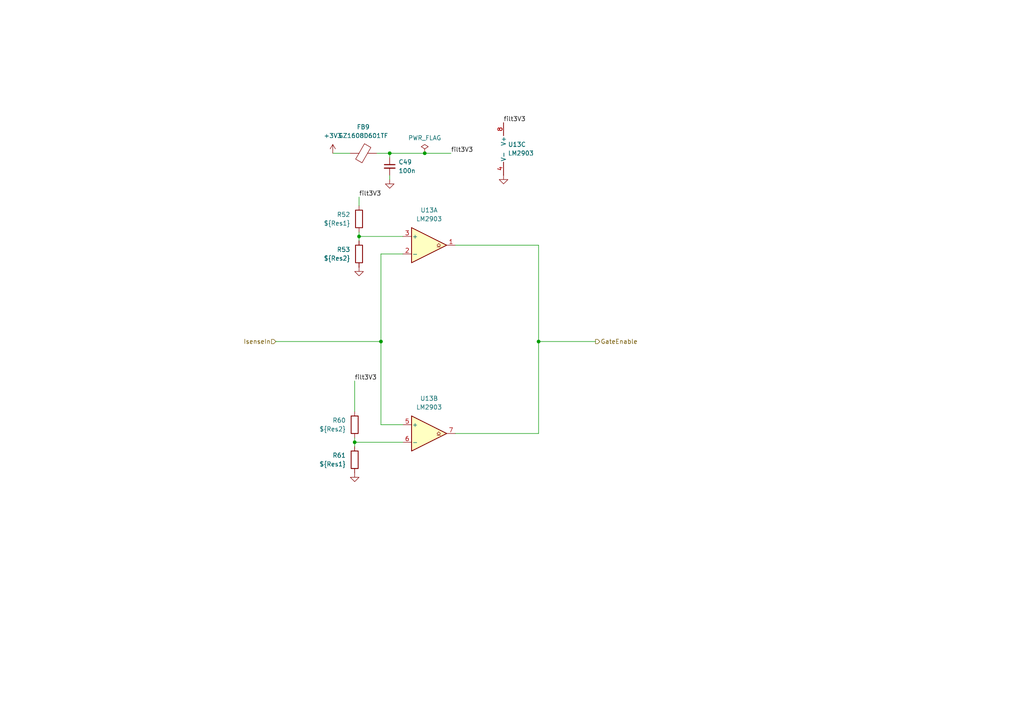
<source format=kicad_sch>
(kicad_sch (version 20231120) (generator "eeschema") (generator_version "8.0")
  (paper "A4")
  (title_block (title "INV_MainBoard_STM32") (rev "2.0") (company "NTURacing Team") (comment 1 "郭哲明 Jack Kuo") (comment 2 "Powertrain Group"))
  (lib_symbols
    (symbol "Comparator:LM2903" (pin_names (offset 0.127))
      (property "Reference" "U" (at 3.81 3.81 0))
      (property "Value" "LM2903" (at 6.35 -3.81 0))
      (symbol "LM2903_1_1"
        (polyline (pts (xy -5.08 5.08) (xy 5.08 0) (xy -5.08 -5.08) (xy -5.08 5.08)) (stroke (width 0.254)) (fill (type background)))
        (polyline (pts (xy 3.302 -0.508) (xy 2.794 -0.508) (xy 3.302 0) (xy 2.794 0.508) (xy 2.286 0) (xy 2.794 -0.508) (xy 2.286 -0.508)) (stroke (width 0.127)))
        (pin open_collector line (at 7.62 0 180) (length 2.54) (name "~") (number "1"))
        (pin input line (at -7.62 -2.54 0) (length 2.54) (name "-") (number "2"))
        (pin input line (at -7.62 2.54 0) (length 2.54) (name "+") (number "3"))
      )
      (symbol "LM2903_2_1"
        (polyline (pts (xy -5.08 5.08) (xy 5.08 0) (xy -5.08 -5.08) (xy -5.08 5.08)) (stroke (width 0.254)) (fill (type background)))
        (polyline (pts (xy 3.302 -0.508) (xy 2.794 -0.508) (xy 3.302 0) (xy 2.794 0.508) (xy 2.286 0) (xy 2.794 -0.508) (xy 2.286 -0.508)) (stroke (width 0.127)))
        (pin input line (at -7.62 2.54 0) (length 2.54) (name "+") (number "5"))
        (pin input line (at -7.62 -2.54 0) (length 2.54) (name "-") (number "6"))
        (pin open_collector line (at 7.62 0 180) (length 2.54) (name "~") (number "7"))
      )
      (symbol "LM2903_3_1"
        (pin power_in line (at -2.54 -7.62 90) (length 3.81) (name "V-") (number "4"))
        (pin power_in line (at -2.54 7.62 270) (length 3.81) (name "V+") (number "8"))
      )
    )
    (symbol "Device:C_Small" (pin_numbers hide) (pin_names (offset 0.254) hide)
      (property "Reference" "C" (at 0.254 1.778 0))
      (property "Value" "C_Small" (at 0.254 -2.032 0))
      (symbol "C_Small_0_1"
        (polyline (pts (xy -1.524 -0.508) (xy 1.524 -0.508)) (stroke (width 0.3302)))
        (polyline (pts (xy -1.524 0.508) (xy 1.524 0.508)) (stroke (width 0.3048)))
      )
      (symbol "C_Small_1_1"
        (pin passive line (at 0 2.54 270) (length 2.032) (name "~") (number "1"))
        (pin passive line (at 0 -2.54 90) (length 2.032) (name "~") (number "2"))
      )
    )
    (symbol "Device:FerriteBead" (pin_numbers hide) (pin_names (offset 0))
      (property "Reference" "FB" (at -3.81 0.635 90))
      (property "Value" "FerriteBead" (at 3.81 0 90))
      (symbol "FerriteBead_0_1"
        (polyline (pts (xy 0 -1.27) (xy 0 -1.2192)))
        (polyline (pts (xy 0 1.27) (xy 0 1.2954)))
        (polyline (pts (xy -2.7686 0.4064) (xy -1.7018 2.2606) (xy 2.7686 -0.3048) (xy 1.6764 -2.159) (xy -2.7686 0.4064)))
      )
      (symbol "FerriteBead_1_1"
        (pin passive line (at 0 3.81 270) (length 2.54) (name "~") (number "1"))
        (pin passive line (at 0 -3.81 90) (length 2.54) (name "~") (number "2"))
      )
    )
    (symbol "Device:R" (pin_numbers hide) (pin_names (offset 0))
      (property "Reference" "R" (at 2.032 0 90))
      (property "Value" "R" (at 0 0 90))
      (symbol "R_0_1"
        (rectangle (start -1.016 -2.54) (end 1.016 2.54) (stroke (width 0.254)))
      )
      (symbol "R_1_1"
        (pin passive line (at 0 3.81 270) (length 1.27) (name "~") (number "1"))
        (pin passive line (at 0 -3.81 90) (length 1.27) (name "~") (number "2"))
      )
    )
    (symbol "power:+3V3" (power) (pin_numbers hide) (pin_names (offset 0) hide)
      (property "Value" "+3V3" (at 0 3.556 0))
      (symbol "+3V3_0_1"
        (polyline (pts (xy -0.762 1.27) (xy 0 2.54)))
        (polyline (pts (xy 0 0) (xy 0 2.54)))
        (polyline (pts (xy 0 2.54) (xy 0.762 1.27)))
      )
      (symbol "+3V3_1_1"
        (pin power_in line (at 0 0 90) (length 0) (name "~") (number "1"))
      )
    )
    (symbol "power:GND" (power) (pin_numbers hide) (pin_names (offset 0) hide)
      (property "Value" "GND" (at 0 -3.81 0))
      (symbol "GND_0_1"
        (polyline (pts (xy 0 0) (xy 0 -1.27) (xy 1.27 -1.27) (xy 0 -2.54) (xy -1.27 -1.27) (xy 0 -1.27)))
      )
      (symbol "GND_1_1"
        (pin power_in line (at 0 0 270) (length 0) (name "~") (number "1"))
      )
    )
    (symbol "power:PWR_FLAG" (power) (pin_numbers hide) (pin_names (offset 0) hide)
      (property "Value" "PWR_FLAG" (at 0 3.81 0))
      (symbol "PWR_FLAG_0_0"
        (pin power_out line (at 0 0 90) (length 0) (name "~") (number "1"))
      )
      (symbol "PWR_FLAG_0_1"
        (polyline (pts (xy 0 0) (xy 0 1.27) (xy -1.016 1.905) (xy 0 2.54) (xy 1.016 1.905) (xy 0 1.27)))
      )
    )
  )
  (junction (at 123.19 44.45))
  (junction (at 102.87 128.27))
  (junction (at 110.49 99.06))
  (junction (at 104.14 68.58))
  (junction (at 113.03 44.45))
  (junction (at 156.21 99.06))
  (wire (pts (xy 156.21 125.73) (xy 156.21 99.06)))
  (wire (pts (xy 113.03 44.45) (xy 123.19 44.45)))
  (wire (pts (xy 172.72 99.06) (xy 156.21 99.06)))
  (wire (pts (xy 116.84 73.66) (xy 110.49 73.66)))
  (wire (pts (xy 113.03 45.72) (xy 113.03 44.45)))
  (wire (pts (xy 113.03 52.07) (xy 113.03 50.8)))
  (wire (pts (xy 156.21 99.06) (xy 156.21 71.12)))
  (wire (pts (xy 102.87 128.27) (xy 116.84 128.27)))
  (wire (pts (xy 110.49 73.66) (xy 110.49 99.06)))
  (wire (pts (xy 104.14 68.58) (xy 104.14 69.85)))
  (wire (pts (xy 104.14 67.31) (xy 104.14 68.58)))
  (wire (pts (xy 80.01 99.06) (xy 110.49 99.06)))
  (wire (pts (xy 104.14 57.15) (xy 104.14 59.69)))
  (wire (pts (xy 102.87 119.38) (xy 102.87 110.49)))
  (wire (pts (xy 130.81 44.45) (xy 123.19 44.45)))
  (wire (pts (xy 104.14 68.58) (xy 116.84 68.58)))
  (wire (pts (xy 110.49 123.19) (xy 116.84 123.19)))
  (wire (pts (xy 102.87 127) (xy 102.87 128.27)))
  (wire (pts (xy 132.08 71.12) (xy 156.21 71.12)))
  (wire (pts (xy 102.87 128.27) (xy 102.87 129.54)))
  (wire (pts (xy 110.49 99.06) (xy 110.49 123.19)))
  (wire (pts (xy 96.52 44.45) (xy 101.6 44.45)))
  (wire (pts (xy 132.08 125.73) (xy 156.21 125.73)))
  (wire (pts (xy 109.22 44.45) (xy 113.03 44.45)))
  (label "filt3V3" (at 130.81 44.45 0))
  (label "filt3V3" (at 104.14 57.15 0))
  (label "filt3V3" (at 146.05 35.56 0))
  (label "filt3V3" (at 102.87 110.49 0))
  (hierarchical_label "IsenseIn" (shape input) (at 80.01 99.06 180))
  (hierarchical_label "GateEnable" (shape output) (at 172.72 99.06 0))
  (symbol (lib_id "power:GND") (at 113.03 52.07 0) (unit 1)
    (property "Reference" "#PWR0130" (effects (hide yes)))
    (property "Value" "GND" (effects (hide yes)))
    (property "Description" "Power symbol creates a global label with name \"GND\" , ground" (effects (hide yes)))
    (instances (project "" (path "" (reference "#PWR0130") (unit 1)) (path "" (reference "#PWR0119") (unit 1)) (path "" (reference "#PWR0128") (unit 1)) (path "" (reference "#PWR0124") (unit 1))))
  )
  (symbol (lib_id "power:GND") (at 104.14 77.47 0) (unit 1)
    (property "Reference" "#PWR0132" (effects (hide yes)))
    (property "Value" "GND" (effects (hide yes)))
    (property "Description" "Power symbol creates a global label with name \"GND\" , ground" (effects (hide yes)))
    (instances (project "" (path "" (reference "#PWR0132") (unit 1)) (path "" (reference "#PWR0120") (unit 1)) (path "" (reference "#PWR0129") (unit 1)) (path "" (reference "#PWR0125") (unit 1))))
  )
  (symbol (lib_id "Device:R") (at 102.87 123.19 0) (mirror y) (unit 1)
    (property "Reference" "R60" (at 100.33 121.92 0) (effects (justify left)))
    (property "Value" "${Res2}" (at 100.33 124.46 0) (effects (justify left)))
    (property "Footprint" "Resistor_SMD:R_0402_1005Metric" (effects (hide yes)))
    (property "Description" "Resistor" (effects (hide yes)))
    (instances (project "INV_MainBoard_TI" (path "" (reference "R60") (unit 1)) (path "" (reference "R56") (unit 1)) (path "" (reference "R54") (unit 1)) (path "" (reference "R58") (unit 1))))
  )
  (symbol (lib_id "Device:FerriteBead") (at 105.41 44.45 90) (unit 1)
    (property "Reference" "FB9" (at 105.3592 36.83 90))
    (property "Value" "GZ1608D601TF" (at 105.3592 39.37 90))
    (property "Footprint" "Capacitor_SMD:C_0603_1608Metric" (effects (hide yes)))
    (property "Description" "Ferrite bead" (effects (hide yes)))
    (instances (project "INV_MainBoard_TI" (path "" (reference "FB9") (unit 1)) (path "" (reference "FB7") (unit 1)) (path "" (reference "FB1") (unit 1)) (path "" (reference "FB8") (unit 1))))
  )
  (symbol (lib_id "Device:R") (at 104.14 73.66 0) (mirror y) (unit 1)
    (property "Reference" "R53" (at 101.6 72.39 0) (effects (justify left)))
    (property "Value" "${Res2}" (at 101.6 74.93 0) (effects (justify left)))
    (property "Footprint" "Resistor_SMD:R_0402_1005Metric" (effects (hide yes)))
    (property "Description" "Resistor" (effects (hide yes)))
    (instances (project "INV_MainBoard_TI" (path "" (reference "R53") (unit 1)) (path "" (reference "R33") (unit 1)) (path "" (reference "R30") (unit 1)) (path "" (reference "R51") (unit 1))))
  )
  (symbol (lib_id "Device:R") (at 104.14 63.5 0) (mirror y) (unit 1)
    (property "Reference" "R52" (at 101.6 62.23 0) (effects (justify left)))
    (property "Value" "${Res1}" (at 101.6 64.77 0) (effects (justify left)))
    (property "Footprint" "Resistor_SMD:R_0402_1005Metric" (effects (hide yes)))
    (property "Description" "Resistor" (effects (hide yes)))
    (instances (project "INV_MainBoard_TI" (path "" (reference "R52") (unit 1)) (path "" (reference "R31") (unit 1)) (path "" (reference "R29") (unit 1)) (path "" (reference "R50") (unit 1))))
  )
  (symbol (lib_id "power:+3V3") (at 96.52 44.45 0) (unit 1)
    (property "Reference" "#PWR0118" (effects (hide yes)))
    (property "Value" "+3V3" (at 96.52 39.37 0))
    (property "Description" "Power symbol creates a global label with name \"+3V3\"" (effects (hide yes)))
    (instances (project "" (path "" (reference "#PWR0118") (unit 1)) (path "" (reference "#PWR0107") (unit 1)) (path "" (reference "#PWR099") (unit 1)) (path "" (reference "#PWR0115") (unit 1))))
  )
  (symbol (lib_id "Device:C_Small") (at 113.03 48.26 0) (unit 1)
    (property "Reference" "C49" (at 115.57 46.9963 0) (effects (justify left)))
    (property "Value" "100n" (at 115.57 49.5363 0) (effects (justify left)))
    (property "Footprint" "Capacitor_SMD:C_0402_1005Metric" (effects (hide yes)))
    (property "Description" "Unpolarized capacitor, small symbol" (effects (hide yes)))
    (instances (project "INV_MainBoard_TI" (path "" (reference "C49") (unit 1)) (path "" (reference "C47") (unit 1)) (path "" (reference "C46") (unit 1)) (path "" (reference "C48") (unit 1))))
  )
  (symbol (lib_id "Comparator:LM2903") (at 148.59 43.18 0) (unit 3)
    (property "Reference" "U13" (at 147.32 41.91 0) (effects (justify left)))
    (property "Value" "LM2903" (at 147.32 44.45 0) (effects (justify left)))
    (property "Footprint" "Package_SO:SOIC-8_3.9x4.9mm_P1.27mm" (effects (hide yes)))
    (property "Datasheet" "http://www.ti.com/lit/ds/symlink/lm393.pdf" (effects (hide yes)))
    (property "Description" "Low-Power, Low-Offset Voltage, Dual Comparators, DIP-8/SOIC-8/SOP-8/TSSOP-8/VSSOP-8" (effects (hide yes)))
    (instances (project "INV_MainBoard_TI" (path "" (reference "U13") (unit 3)) (path "" (reference "U11") (unit 3)) (path "" (reference "U10") (unit 3)) (path "" (reference "U12") (unit 3))))
  )
  (symbol (lib_id "Device:R") (at 102.87 133.35 0) (mirror y) (unit 1)
    (property "Reference" "R61" (at 100.33 132.08 0) (effects (justify left)))
    (property "Value" "${Res1}" (at 100.33 134.62 0) (effects (justify left)))
    (property "Footprint" "Resistor_SMD:R_0402_1005Metric" (effects (hide yes)))
    (property "Description" "Resistor" (effects (hide yes)))
    (instances (project "INV_MainBoard_TI" (path "" (reference "R61") (unit 1)) (path "" (reference "R57") (unit 1)) (path "" (reference "R55") (unit 1)) (path "" (reference "R59") (unit 1))))
  )
  (symbol (lib_id "Comparator:LM2903") (at 124.46 71.12 0) (unit 1)
    (property "Reference" "U13" (at 124.46 60.96 0))
    (property "Value" "LM2903" (at 124.46 63.5 0))
    (property "Footprint" "Package_SO:SOIC-8_3.9x4.9mm_P1.27mm" (effects (hide yes)))
    (property "Datasheet" "http://www.ti.com/lit/ds/symlink/lm393.pdf" (effects (hide yes)))
    (property "Description" "Low-Power, Low-Offset Voltage, Dual Comparators, DIP-8/SOIC-8/SOP-8/TSSOP-8/VSSOP-8" (effects (hide yes)))
    (instances (project "INV_MainBoard_TI" (path "" (reference "U13") (unit 1)) (path "" (reference "U11") (unit 1)) (path "" (reference "U10") (unit 1)) (path "" (reference "U12") (unit 1))))
  )
  (symbol (lib_id "power:GND") (at 146.05 50.8 0) (unit 1)
    (property "Reference" "#PWR094" (effects (hide yes)))
    (property "Value" "GND" (effects (hide yes)))
    (property "Description" "Power symbol creates a global label with name \"GND\" , ground" (effects (hide yes)))
    (instances (project "INV_MainBoard_TI" (path "" (reference "#PWR094") (unit 1)) (path "" (reference "#PWR082") (unit 1)) (path "" (reference "#PWR081") (unit 1)) (path "" (reference "#PWR091") (unit 1))))
  )
  (symbol (lib_id "power:GND") (at 102.87 137.16 0) (unit 1)
    (property "Reference" "#PWR0133" (effects (hide yes)))
    (property "Value" "GND" (effects (hide yes)))
    (property "Description" "Power symbol creates a global label with name \"GND\" , ground" (effects (hide yes)))
    (instances (project "" (path "" (reference "#PWR0133") (unit 1)) (path "" (reference "#PWR0121") (unit 1)) (path "" (reference "#PWR0134") (unit 1)) (path "" (reference "#PWR0126") (unit 1))))
  )
  (symbol (lib_id "Comparator:LM2903") (at 124.46 125.73 0) (unit 2)
    (property "Reference" "U13" (at 124.46 115.57 0))
    (property "Value" "LM2903" (at 124.46 118.11 0))
    (property "Footprint" "Package_SO:SOIC-8_3.9x4.9mm_P1.27mm" (effects (hide yes)))
    (property "Datasheet" "http://www.ti.com/lit/ds/symlink/lm393.pdf" (effects (hide yes)))
    (property "Description" "Low-Power, Low-Offset Voltage, Dual Comparators, DIP-8/SOIC-8/SOP-8/TSSOP-8/VSSOP-8" (effects (hide yes)))
    (instances (project "INV_MainBoard_TI" (path "" (reference "U13") (unit 2)) (path "" (reference "U11") (unit 2)) (path "" (reference "U10") (unit 2)) (path "" (reference "U12") (unit 2))))
  )
  (symbol (lib_id "power:PWR_FLAG") (at 123.19 44.45 0) (mirror y) (unit 1)
    (property "Reference" "#FLG0107" (effects (hide yes)))
    (property "Value" "PWR_FLAG" (at 123.19 40.005 0))
    (property "Description" "Special symbol for telling ERC where power comes from" (effects (hide yes)))
    (instances (project "" (path "" (reference "#FLG0107") (unit 1)) (path "" (reference "#FLG0105") (unit 1)) (path "" (reference "#FLG015") (unit 1)) (path "" (reference "#FLG0106") (unit 1))))
  )
)
</source>
